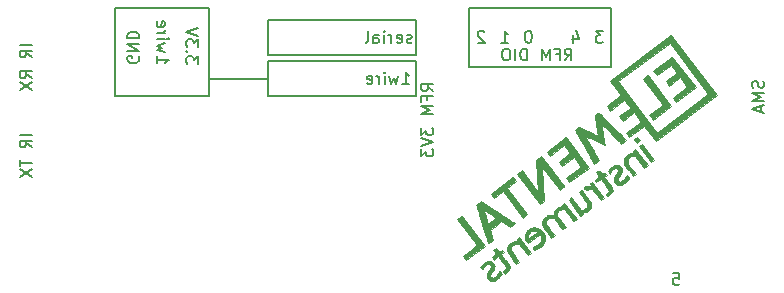
<source format=gbo>
G04 #@! TF.GenerationSoftware,KiCad,Pcbnew,5.0.2-1.fc29*
G04 #@! TF.CreationDate,2019-01-05T16:26:48+01:00*
G04 #@! TF.ProjectId,rpi0_room_node,72706930-5f72-46f6-9f6d-5f6e6f64652e,rev?*
G04 #@! TF.SameCoordinates,Original*
G04 #@! TF.FileFunction,Legend,Bot*
G04 #@! TF.FilePolarity,Positive*
%FSLAX46Y46*%
G04 Gerber Fmt 4.6, Leading zero omitted, Abs format (unit mm)*
G04 Created by KiCad (PCBNEW 5.0.2-1.fc29) date lör  5 jan 2019 16:26:48*
%MOMM*%
%LPD*%
G01*
G04 APERTURE LIST*
%ADD10C,0.200000*%
%ADD11C,0.010000*%
G04 APERTURE END LIST*
D10*
X132452380Y-109547619D02*
X131976190Y-109214285D01*
X132452380Y-108976190D02*
X131452380Y-108976190D01*
X131452380Y-109357142D01*
X131500000Y-109452380D01*
X131547619Y-109500000D01*
X131642857Y-109547619D01*
X131785714Y-109547619D01*
X131880952Y-109500000D01*
X131928571Y-109452380D01*
X131976190Y-109357142D01*
X131976190Y-108976190D01*
X131928571Y-110309523D02*
X131928571Y-109976190D01*
X132452380Y-109976190D02*
X131452380Y-109976190D01*
X131452380Y-110452380D01*
X132452380Y-110833333D02*
X131452380Y-110833333D01*
X132166666Y-111166666D01*
X131452380Y-111500000D01*
X132452380Y-111500000D01*
X131452380Y-112642857D02*
X131452380Y-113261904D01*
X131833333Y-112928571D01*
X131833333Y-113071428D01*
X131880952Y-113166666D01*
X131928571Y-113214285D01*
X132023809Y-113261904D01*
X132261904Y-113261904D01*
X132357142Y-113214285D01*
X132404761Y-113166666D01*
X132452380Y-113071428D01*
X132452380Y-112785714D01*
X132404761Y-112690476D01*
X132357142Y-112642857D01*
X131452380Y-113547619D02*
X132452380Y-113880952D01*
X131452380Y-114214285D01*
X131452380Y-114452380D02*
X131452380Y-115071428D01*
X131833333Y-114738095D01*
X131833333Y-114880952D01*
X131880952Y-114976190D01*
X131928571Y-115023809D01*
X132023809Y-115071428D01*
X132261904Y-115071428D01*
X132357142Y-115023809D01*
X132404761Y-114976190D01*
X132452380Y-114880952D01*
X132452380Y-114595238D01*
X132404761Y-114500000D01*
X132357142Y-114452380D01*
X147500000Y-107500000D02*
X147500000Y-102500000D01*
X135500000Y-107500000D02*
X147500000Y-107500000D01*
X135500000Y-102500000D02*
X135500000Y-107500000D01*
X147500000Y-102500000D02*
X135500000Y-102500000D01*
X152761904Y-124952380D02*
X153238095Y-124952380D01*
X153285714Y-125428571D01*
X153238095Y-125380952D01*
X153142857Y-125333333D01*
X152904761Y-125333333D01*
X152809523Y-125380952D01*
X152761904Y-125428571D01*
X152714285Y-125523809D01*
X152714285Y-125761904D01*
X152761904Y-125857142D01*
X152809523Y-125904761D01*
X152904761Y-125952380D01*
X153142857Y-125952380D01*
X153238095Y-125904761D01*
X153285714Y-125857142D01*
X143583333Y-106952380D02*
X143916666Y-106476190D01*
X144154761Y-106952380D02*
X144154761Y-105952380D01*
X143773809Y-105952380D01*
X143678571Y-106000000D01*
X143630952Y-106047619D01*
X143583333Y-106142857D01*
X143583333Y-106285714D01*
X143630952Y-106380952D01*
X143678571Y-106428571D01*
X143773809Y-106476190D01*
X144154761Y-106476190D01*
X142821428Y-106428571D02*
X143154761Y-106428571D01*
X143154761Y-106952380D02*
X143154761Y-105952380D01*
X142678571Y-105952380D01*
X142297619Y-106952380D02*
X142297619Y-105952380D01*
X141964285Y-106666666D01*
X141630952Y-105952380D01*
X141630952Y-106952380D01*
X140392857Y-106952380D02*
X140392857Y-105952380D01*
X140154761Y-105952380D01*
X140011904Y-106000000D01*
X139916666Y-106095238D01*
X139869047Y-106190476D01*
X139821428Y-106380952D01*
X139821428Y-106523809D01*
X139869047Y-106714285D01*
X139916666Y-106809523D01*
X140011904Y-106904761D01*
X140154761Y-106952380D01*
X140392857Y-106952380D01*
X139392857Y-106952380D02*
X139392857Y-105952380D01*
X138726190Y-105952380D02*
X138535714Y-105952380D01*
X138440476Y-106000000D01*
X138345238Y-106095238D01*
X138297619Y-106285714D01*
X138297619Y-106619047D01*
X138345238Y-106809523D01*
X138440476Y-106904761D01*
X138535714Y-106952380D01*
X138726190Y-106952380D01*
X138821428Y-106904761D01*
X138916666Y-106809523D01*
X138964285Y-106619047D01*
X138964285Y-106285714D01*
X138916666Y-106095238D01*
X138821428Y-106000000D01*
X138726190Y-105952380D01*
X146833333Y-104452380D02*
X146214285Y-104452380D01*
X146547619Y-104833333D01*
X146404761Y-104833333D01*
X146309523Y-104880952D01*
X146261904Y-104928571D01*
X146214285Y-105023809D01*
X146214285Y-105261904D01*
X146261904Y-105357142D01*
X146309523Y-105404761D01*
X146404761Y-105452380D01*
X146690476Y-105452380D01*
X146785714Y-105404761D01*
X146833333Y-105357142D01*
X144309523Y-104785714D02*
X144309523Y-105452380D01*
X144547619Y-104404761D02*
X144785714Y-105119047D01*
X144166666Y-105119047D01*
X140547619Y-104452380D02*
X140452380Y-104452380D01*
X140357142Y-104500000D01*
X140309523Y-104547619D01*
X140261904Y-104642857D01*
X140214285Y-104833333D01*
X140214285Y-105071428D01*
X140261904Y-105261904D01*
X140309523Y-105357142D01*
X140357142Y-105404761D01*
X140452380Y-105452380D01*
X140547619Y-105452380D01*
X140642857Y-105404761D01*
X140690476Y-105357142D01*
X140738095Y-105261904D01*
X140785714Y-105071428D01*
X140785714Y-104833333D01*
X140738095Y-104642857D01*
X140690476Y-104547619D01*
X140642857Y-104500000D01*
X140547619Y-104452380D01*
X138214285Y-105452380D02*
X138785714Y-105452380D01*
X138500000Y-105452380D02*
X138500000Y-104452380D01*
X138595238Y-104595238D01*
X138690476Y-104690476D01*
X138785714Y-104738095D01*
X136785714Y-104547619D02*
X136738095Y-104500000D01*
X136642857Y-104452380D01*
X136404761Y-104452380D01*
X136309523Y-104500000D01*
X136261904Y-104547619D01*
X136214285Y-104642857D01*
X136214285Y-104738095D01*
X136261904Y-104880952D01*
X136833333Y-105452380D01*
X136214285Y-105452380D01*
X98452380Y-113261904D02*
X97452380Y-113261904D01*
X98452380Y-114309523D02*
X97976190Y-113976190D01*
X98452380Y-113738095D02*
X97452380Y-113738095D01*
X97452380Y-114119047D01*
X97500000Y-114214285D01*
X97547619Y-114261904D01*
X97642857Y-114309523D01*
X97785714Y-114309523D01*
X97880952Y-114261904D01*
X97928571Y-114214285D01*
X97976190Y-114119047D01*
X97976190Y-113738095D01*
X97452380Y-115357142D02*
X97452380Y-115928571D01*
X98452380Y-115642857D02*
X97452380Y-115642857D01*
X97452380Y-116166666D02*
X98452380Y-116833333D01*
X97452380Y-116833333D02*
X98452380Y-116166666D01*
X98452380Y-105642857D02*
X97452380Y-105642857D01*
X98452380Y-106690476D02*
X97976190Y-106357142D01*
X98452380Y-106119047D02*
X97452380Y-106119047D01*
X97452380Y-106500000D01*
X97500000Y-106595238D01*
X97547619Y-106642857D01*
X97642857Y-106690476D01*
X97785714Y-106690476D01*
X97880952Y-106642857D01*
X97928571Y-106595238D01*
X97976190Y-106500000D01*
X97976190Y-106119047D01*
X98452380Y-108452380D02*
X97976190Y-108119047D01*
X98452380Y-107880952D02*
X97452380Y-107880952D01*
X97452380Y-108261904D01*
X97500000Y-108357142D01*
X97547619Y-108404761D01*
X97642857Y-108452380D01*
X97785714Y-108452380D01*
X97880952Y-108404761D01*
X97928571Y-108357142D01*
X97976190Y-108261904D01*
X97976190Y-107880952D01*
X97452380Y-108785714D02*
X98452380Y-109452380D01*
X97452380Y-109452380D02*
X98452380Y-108785714D01*
X160404761Y-108714285D02*
X160452380Y-108857142D01*
X160452380Y-109095238D01*
X160404761Y-109190476D01*
X160357142Y-109238095D01*
X160261904Y-109285714D01*
X160166666Y-109285714D01*
X160071428Y-109238095D01*
X160023809Y-109190476D01*
X159976190Y-109095238D01*
X159928571Y-108904761D01*
X159880952Y-108809523D01*
X159833333Y-108761904D01*
X159738095Y-108714285D01*
X159642857Y-108714285D01*
X159547619Y-108761904D01*
X159500000Y-108809523D01*
X159452380Y-108904761D01*
X159452380Y-109142857D01*
X159500000Y-109285714D01*
X160452380Y-109714285D02*
X159452380Y-109714285D01*
X160166666Y-110047619D01*
X159452380Y-110380952D01*
X160452380Y-110380952D01*
X160166666Y-110809523D02*
X160166666Y-111285714D01*
X160452380Y-110714285D02*
X159452380Y-111047619D01*
X160452380Y-111380952D01*
X113500000Y-108500000D02*
X118500000Y-108500000D01*
X131000000Y-110000000D02*
X130500000Y-110000000D01*
X131000000Y-107000000D02*
X131000000Y-110000000D01*
X130500000Y-107000000D02*
X131000000Y-107000000D01*
X131000000Y-106500000D02*
X130500000Y-106500000D01*
X131000000Y-103500000D02*
X131000000Y-106500000D01*
X131000000Y-103500000D02*
X131000000Y-103500000D01*
X130500000Y-103500000D02*
X131000000Y-103500000D01*
X130630000Y-105404761D02*
X130534761Y-105452380D01*
X130344285Y-105452380D01*
X130249047Y-105404761D01*
X130201428Y-105309523D01*
X130201428Y-105261904D01*
X130249047Y-105166666D01*
X130344285Y-105119047D01*
X130487142Y-105119047D01*
X130582380Y-105071428D01*
X130630000Y-104976190D01*
X130630000Y-104928571D01*
X130582380Y-104833333D01*
X130487142Y-104785714D01*
X130344285Y-104785714D01*
X130249047Y-104833333D01*
X129391904Y-105404761D02*
X129487142Y-105452380D01*
X129677619Y-105452380D01*
X129772857Y-105404761D01*
X129820476Y-105309523D01*
X129820476Y-104928571D01*
X129772857Y-104833333D01*
X129677619Y-104785714D01*
X129487142Y-104785714D01*
X129391904Y-104833333D01*
X129344285Y-104928571D01*
X129344285Y-105023809D01*
X129820476Y-105119047D01*
X128915714Y-105452380D02*
X128915714Y-104785714D01*
X128915714Y-104976190D02*
X128868095Y-104880952D01*
X128820476Y-104833333D01*
X128725238Y-104785714D01*
X128630000Y-104785714D01*
X128296666Y-105452380D02*
X128296666Y-104785714D01*
X128296666Y-104452380D02*
X128344285Y-104500000D01*
X128296666Y-104547619D01*
X128249047Y-104500000D01*
X128296666Y-104452380D01*
X128296666Y-104547619D01*
X127391904Y-105452380D02*
X127391904Y-104928571D01*
X127439523Y-104833333D01*
X127534761Y-104785714D01*
X127725238Y-104785714D01*
X127820476Y-104833333D01*
X127391904Y-105404761D02*
X127487142Y-105452380D01*
X127725238Y-105452380D01*
X127820476Y-105404761D01*
X127868095Y-105309523D01*
X127868095Y-105214285D01*
X127820476Y-105119047D01*
X127725238Y-105071428D01*
X127487142Y-105071428D01*
X127391904Y-105023809D01*
X126772857Y-105452380D02*
X126868095Y-105404761D01*
X126915714Y-105309523D01*
X126915714Y-104452380D01*
X118500000Y-103500000D02*
X130500000Y-103500000D01*
X118500000Y-106500000D02*
X130500000Y-106500000D01*
X118500000Y-103500000D02*
X118500000Y-106500000D01*
X118500000Y-110000000D02*
X130500000Y-110000000D01*
X118500000Y-107000000D02*
X130500000Y-107000000D01*
X118500000Y-110000000D02*
X118500000Y-107000000D01*
X129820476Y-108952380D02*
X130391904Y-108952380D01*
X130106190Y-108952380D02*
X130106190Y-107952380D01*
X130201428Y-108095238D01*
X130296666Y-108190476D01*
X130391904Y-108238095D01*
X129487142Y-108285714D02*
X129296666Y-108952380D01*
X129106190Y-108476190D01*
X128915714Y-108952380D01*
X128725238Y-108285714D01*
X128344285Y-108952380D02*
X128344285Y-108285714D01*
X128344285Y-107952380D02*
X128391904Y-108000000D01*
X128344285Y-108047619D01*
X128296666Y-108000000D01*
X128344285Y-107952380D01*
X128344285Y-108047619D01*
X127868095Y-108952380D02*
X127868095Y-108285714D01*
X127868095Y-108476190D02*
X127820476Y-108380952D01*
X127772857Y-108333333D01*
X127677619Y-108285714D01*
X127582380Y-108285714D01*
X126868095Y-108904761D02*
X126963333Y-108952380D01*
X127153809Y-108952380D01*
X127249047Y-108904761D01*
X127296666Y-108809523D01*
X127296666Y-108428571D01*
X127249047Y-108333333D01*
X127153809Y-108285714D01*
X126963333Y-108285714D01*
X126868095Y-108333333D01*
X126820476Y-108428571D01*
X126820476Y-108523809D01*
X127296666Y-108619047D01*
X112547619Y-107227142D02*
X112547619Y-106608095D01*
X112166666Y-106941428D01*
X112166666Y-106798571D01*
X112119047Y-106703333D01*
X112071428Y-106655714D01*
X111976190Y-106608095D01*
X111738095Y-106608095D01*
X111642857Y-106655714D01*
X111595238Y-106703333D01*
X111547619Y-106798571D01*
X111547619Y-107084285D01*
X111595238Y-107179523D01*
X111642857Y-107227142D01*
X111642857Y-106179523D02*
X111595238Y-106131904D01*
X111547619Y-106179523D01*
X111595238Y-106227142D01*
X111642857Y-106179523D01*
X111547619Y-106179523D01*
X112547619Y-105798571D02*
X112547619Y-105179523D01*
X112166666Y-105512857D01*
X112166666Y-105370000D01*
X112119047Y-105274761D01*
X112071428Y-105227142D01*
X111976190Y-105179523D01*
X111738095Y-105179523D01*
X111642857Y-105227142D01*
X111595238Y-105274761D01*
X111547619Y-105370000D01*
X111547619Y-105655714D01*
X111595238Y-105750952D01*
X111642857Y-105798571D01*
X112547619Y-104893809D02*
X111547619Y-104560476D01*
X112547619Y-104227142D01*
X109047619Y-106608095D02*
X109047619Y-107179523D01*
X109047619Y-106893809D02*
X110047619Y-106893809D01*
X109904761Y-106989047D01*
X109809523Y-107084285D01*
X109761904Y-107179523D01*
X109714285Y-106274761D02*
X109047619Y-106084285D01*
X109523809Y-105893809D01*
X109047619Y-105703333D01*
X109714285Y-105512857D01*
X109047619Y-105131904D02*
X109714285Y-105131904D01*
X110047619Y-105131904D02*
X110000000Y-105179523D01*
X109952380Y-105131904D01*
X110000000Y-105084285D01*
X110047619Y-105131904D01*
X109952380Y-105131904D01*
X109047619Y-104655714D02*
X109714285Y-104655714D01*
X109523809Y-104655714D02*
X109619047Y-104608095D01*
X109666666Y-104560476D01*
X109714285Y-104465238D01*
X109714285Y-104370000D01*
X109095238Y-103655714D02*
X109047619Y-103750952D01*
X109047619Y-103941428D01*
X109095238Y-104036666D01*
X109190476Y-104084285D01*
X109571428Y-104084285D01*
X109666666Y-104036666D01*
X109714285Y-103941428D01*
X109714285Y-103750952D01*
X109666666Y-103655714D01*
X109571428Y-103608095D01*
X109476190Y-103608095D01*
X109380952Y-104084285D01*
X107500000Y-106608095D02*
X107547619Y-106703333D01*
X107547619Y-106846190D01*
X107500000Y-106989047D01*
X107404761Y-107084285D01*
X107309523Y-107131904D01*
X107119047Y-107179523D01*
X106976190Y-107179523D01*
X106785714Y-107131904D01*
X106690476Y-107084285D01*
X106595238Y-106989047D01*
X106547619Y-106846190D01*
X106547619Y-106750952D01*
X106595238Y-106608095D01*
X106642857Y-106560476D01*
X106976190Y-106560476D01*
X106976190Y-106750952D01*
X106547619Y-106131904D02*
X107547619Y-106131904D01*
X106547619Y-105560476D01*
X107547619Y-105560476D01*
X106547619Y-105084285D02*
X107547619Y-105084285D01*
X107547619Y-104846190D01*
X107500000Y-104703333D01*
X107404761Y-104608095D01*
X107309523Y-104560476D01*
X107119047Y-104512857D01*
X106976190Y-104512857D01*
X106785714Y-104560476D01*
X106690476Y-104608095D01*
X106595238Y-104703333D01*
X106547619Y-104846190D01*
X106547619Y-105084285D01*
X105500000Y-102500000D02*
X105500000Y-107000000D01*
X113500000Y-102500000D02*
X105500000Y-102500000D01*
X113500000Y-110000000D02*
X113500000Y-102500000D01*
X105500000Y-110000000D02*
X113500000Y-110000000D01*
X105500000Y-107000000D02*
X105500000Y-110000000D01*
D11*
G04 #@! TO.C,G\002A\002A\002A*
G36*
X151908168Y-110739581D02*
X150750325Y-111612079D01*
X150889939Y-111785159D01*
X151029553Y-111958239D01*
X151809470Y-111378858D01*
X152589388Y-110799477D01*
X150632404Y-108202472D01*
X150226697Y-108508194D01*
X151908168Y-110739581D01*
X151908168Y-110739581D01*
G37*
X151908168Y-110739581D02*
X150750325Y-111612079D01*
X150889939Y-111785159D01*
X151029553Y-111958239D01*
X151809470Y-111378858D01*
X152589388Y-110799477D01*
X150632404Y-108202472D01*
X150226697Y-108508194D01*
X151908168Y-110739581D01*
G36*
X151216717Y-108040447D02*
X151356331Y-108213528D01*
X151963868Y-107764139D01*
X152571406Y-107314750D01*
X153090679Y-108003849D01*
X152137268Y-108722296D01*
X152412418Y-109087432D01*
X153365829Y-108368985D01*
X153977273Y-109180399D01*
X152739867Y-110112851D01*
X153015017Y-110477987D01*
X154658130Y-109239813D01*
X152701509Y-106643289D01*
X151077103Y-107867367D01*
X151216717Y-108040447D01*
X151216717Y-108040447D01*
G37*
X151216717Y-108040447D02*
X151356331Y-108213528D01*
X151963868Y-107764139D01*
X152571406Y-107314750D01*
X153090679Y-108003849D01*
X152137268Y-108722296D01*
X152412418Y-109087432D01*
X153365829Y-108368985D01*
X153977273Y-109180399D01*
X152739867Y-110112851D01*
X153015017Y-110477987D01*
X154658130Y-109239813D01*
X152701509Y-106643289D01*
X151077103Y-107867367D01*
X151216717Y-108040447D01*
G36*
X136128672Y-122614383D02*
X135559670Y-123051602D01*
X134990669Y-123488822D01*
X135265343Y-123853326D01*
X136807029Y-122691582D01*
X134850408Y-120095059D01*
X134465333Y-120385233D01*
X136128672Y-122614383D01*
X136128672Y-122614383D01*
G37*
X136128672Y-122614383D02*
X135559670Y-123051602D01*
X134990669Y-123488822D01*
X135265343Y-123853326D01*
X136807029Y-122691582D01*
X134850408Y-120095059D01*
X134465333Y-120385233D01*
X136128672Y-122614383D01*
G36*
X136113587Y-119229572D02*
X136124890Y-119265901D01*
X136149922Y-119346430D01*
X136187346Y-119466846D01*
X136235819Y-119622833D01*
X136294002Y-119810080D01*
X136360555Y-120024274D01*
X136434137Y-120261099D01*
X136513408Y-120516244D01*
X136597028Y-120785393D01*
X136618160Y-120853416D01*
X136702255Y-121123652D01*
X136782171Y-121379587D01*
X136856599Y-121617086D01*
X136924229Y-121832014D01*
X136983755Y-122020237D01*
X137033866Y-122177621D01*
X137073255Y-122300031D01*
X137100613Y-122383331D01*
X137114631Y-122423388D01*
X137115984Y-122426289D01*
X137142886Y-122421575D01*
X137203111Y-122387119D01*
X137291327Y-122326139D01*
X137332529Y-122295589D01*
X137533465Y-122144174D01*
X137467364Y-121931599D01*
X137425356Y-121797271D01*
X137377900Y-121646669D01*
X137335032Y-121511643D01*
X137333742Y-121507602D01*
X137266220Y-121296181D01*
X137744252Y-120935875D01*
X138222284Y-120575571D01*
X138962857Y-121067050D01*
X139381765Y-120751380D01*
X139195081Y-120629671D01*
X139139485Y-120593316D01*
X139045912Y-120531996D01*
X138918835Y-120448648D01*
X138762728Y-120346209D01*
X138582067Y-120227615D01*
X138381322Y-120095804D01*
X138208059Y-119982010D01*
X137794831Y-120293400D01*
X137111256Y-120808510D01*
X137037554Y-120569859D01*
X137000976Y-120452386D01*
X136954557Y-120304724D01*
X136904030Y-120145040D01*
X136855124Y-119991495D01*
X136851087Y-119978874D01*
X136811946Y-119853881D01*
X136780201Y-119747269D01*
X136758318Y-119667756D01*
X136748765Y-119624056D01*
X136749057Y-119618451D01*
X136772998Y-119628603D01*
X136830882Y-119662116D01*
X136914491Y-119714003D01*
X137015612Y-119779277D01*
X137035383Y-119792291D01*
X137170215Y-119881288D01*
X137319112Y-119979553D01*
X137461610Y-120073580D01*
X137552903Y-120133809D01*
X137794831Y-120293400D01*
X138208059Y-119982010D01*
X138164970Y-119953711D01*
X137937483Y-119804273D01*
X137757093Y-119685752D01*
X136505789Y-118863542D01*
X136298509Y-119010713D01*
X136091228Y-119157885D01*
X136113587Y-119229572D01*
X136113587Y-119229572D01*
G37*
X136113587Y-119229572D02*
X136124890Y-119265901D01*
X136149922Y-119346430D01*
X136187346Y-119466846D01*
X136235819Y-119622833D01*
X136294002Y-119810080D01*
X136360555Y-120024274D01*
X136434137Y-120261099D01*
X136513408Y-120516244D01*
X136597028Y-120785393D01*
X136618160Y-120853416D01*
X136702255Y-121123652D01*
X136782171Y-121379587D01*
X136856599Y-121617086D01*
X136924229Y-121832014D01*
X136983755Y-122020237D01*
X137033866Y-122177621D01*
X137073255Y-122300031D01*
X137100613Y-122383331D01*
X137114631Y-122423388D01*
X137115984Y-122426289D01*
X137142886Y-122421575D01*
X137203111Y-122387119D01*
X137291327Y-122326139D01*
X137332529Y-122295589D01*
X137533465Y-122144174D01*
X137467364Y-121931599D01*
X137425356Y-121797271D01*
X137377900Y-121646669D01*
X137335032Y-121511643D01*
X137333742Y-121507602D01*
X137266220Y-121296181D01*
X137744252Y-120935875D01*
X138222284Y-120575571D01*
X138962857Y-121067050D01*
X139381765Y-120751380D01*
X139195081Y-120629671D01*
X139139485Y-120593316D01*
X139045912Y-120531996D01*
X138918835Y-120448648D01*
X138762728Y-120346209D01*
X138582067Y-120227615D01*
X138381322Y-120095804D01*
X138208059Y-119982010D01*
X137794831Y-120293400D01*
X137111256Y-120808510D01*
X137037554Y-120569859D01*
X137000976Y-120452386D01*
X136954557Y-120304724D01*
X136904030Y-120145040D01*
X136855124Y-119991495D01*
X136851087Y-119978874D01*
X136811946Y-119853881D01*
X136780201Y-119747269D01*
X136758318Y-119667756D01*
X136748765Y-119624056D01*
X136749057Y-119618451D01*
X136772998Y-119628603D01*
X136830882Y-119662116D01*
X136914491Y-119714003D01*
X137015612Y-119779277D01*
X137035383Y-119792291D01*
X137170215Y-119881288D01*
X137319112Y-119979553D01*
X137461610Y-120073580D01*
X137552903Y-120133809D01*
X137794831Y-120293400D01*
X138208059Y-119982010D01*
X138164970Y-119953711D01*
X137937483Y-119804273D01*
X137757093Y-119685752D01*
X136505789Y-118863542D01*
X136298509Y-119010713D01*
X136091228Y-119157885D01*
X136113587Y-119229572D01*
G36*
X137580084Y-118610577D02*
X138330642Y-118044991D01*
X140012113Y-120276378D01*
X140417820Y-119970656D01*
X138736349Y-117739269D01*
X139466621Y-117188969D01*
X139191471Y-116823833D01*
X137304934Y-118245440D01*
X137580084Y-118610577D01*
X137580084Y-118610577D01*
G37*
X137580084Y-118610577D02*
X138330642Y-118044991D01*
X140012113Y-120276378D01*
X140417820Y-119970656D01*
X138736349Y-117739269D01*
X139466621Y-117188969D01*
X139191471Y-116823833D01*
X137304934Y-118245440D01*
X137580084Y-118610577D01*
G36*
X141391495Y-115172870D02*
X141178599Y-115342326D01*
X141349919Y-118063272D01*
X140655910Y-117153272D01*
X139961901Y-116243271D01*
X139759255Y-116395977D01*
X139556607Y-116548683D01*
X141513228Y-119145207D01*
X141851523Y-118890283D01*
X141766353Y-117419909D01*
X141681183Y-115949534D01*
X143156341Y-117907033D01*
X143345671Y-117764362D01*
X143428618Y-117699718D01*
X143493866Y-117644816D01*
X143532153Y-117607653D01*
X143538333Y-117597977D01*
X143524023Y-117574074D01*
X143481618Y-117513157D01*
X143413687Y-117418716D01*
X143322801Y-117294237D01*
X143211533Y-117143206D01*
X143082453Y-116969109D01*
X142938132Y-116775435D01*
X142781141Y-116565671D01*
X142614051Y-116343301D01*
X142573029Y-116288839D01*
X141604392Y-115003414D01*
X141391495Y-115172870D01*
X141391495Y-115172870D01*
G37*
X141391495Y-115172870D02*
X141178599Y-115342326D01*
X141349919Y-118063272D01*
X140655910Y-117153272D01*
X139961901Y-116243271D01*
X139759255Y-116395977D01*
X139556607Y-116548683D01*
X141513228Y-119145207D01*
X141851523Y-118890283D01*
X141766353Y-117419909D01*
X141681183Y-115949534D01*
X143156341Y-117907033D01*
X143345671Y-117764362D01*
X143428618Y-117699718D01*
X143493866Y-117644816D01*
X143532153Y-117607653D01*
X143538333Y-117597977D01*
X143524023Y-117574074D01*
X143481618Y-117513157D01*
X143413687Y-117418716D01*
X143322801Y-117294237D01*
X143211533Y-117143206D01*
X143082453Y-116969109D01*
X142938132Y-116775435D01*
X142781141Y-116565671D01*
X142614051Y-116343301D01*
X142573029Y-116288839D01*
X141604392Y-115003414D01*
X141391495Y-115172870D01*
G36*
X142326854Y-115033629D02*
X143543975Y-114116463D01*
X144063702Y-114806164D01*
X143110291Y-115524611D01*
X143385441Y-115889747D01*
X144338852Y-115171300D01*
X144950296Y-115982714D01*
X143691026Y-116931642D01*
X143830640Y-117104722D01*
X143970254Y-117277803D01*
X144800874Y-116660192D01*
X145631495Y-116042583D01*
X143674532Y-113445604D01*
X142051704Y-114668493D01*
X142326854Y-115033629D01*
X142326854Y-115033629D01*
G37*
X142326854Y-115033629D02*
X143543975Y-114116463D01*
X144063702Y-114806164D01*
X143110291Y-115524611D01*
X143385441Y-115889747D01*
X144338852Y-115171300D01*
X144950296Y-115982714D01*
X143691026Y-116931642D01*
X143830640Y-117104722D01*
X143970254Y-117277803D01*
X144800874Y-116660192D01*
X145631495Y-116042583D01*
X143674532Y-113445604D01*
X142051704Y-114668493D01*
X142326854Y-115033629D01*
G36*
X144505833Y-112922538D02*
X144528988Y-112965520D01*
X144573525Y-113046325D01*
X144636812Y-113160270D01*
X144716217Y-113302672D01*
X144809105Y-113468849D01*
X144912844Y-113654117D01*
X145024799Y-113853794D01*
X145142339Y-114063197D01*
X145262831Y-114277643D01*
X145383641Y-114492449D01*
X145502135Y-114702935D01*
X145615682Y-114904414D01*
X145721649Y-115092206D01*
X145817400Y-115261626D01*
X145900305Y-115407994D01*
X145967730Y-115526625D01*
X146017041Y-115612838D01*
X146045606Y-115661949D01*
X146051492Y-115671413D01*
X146068031Y-115683757D01*
X146094265Y-115679883D01*
X146138231Y-115655636D01*
X146207961Y-115606859D01*
X146279898Y-115553264D01*
X146371782Y-115483236D01*
X146429285Y-115435799D01*
X146458922Y-115403417D01*
X146467218Y-115378558D01*
X146460690Y-115353687D01*
X146457944Y-115347536D01*
X146440287Y-115314709D01*
X146399903Y-115242824D01*
X146339584Y-115136752D01*
X146262116Y-115001364D01*
X146170292Y-114841530D01*
X146066902Y-114662119D01*
X145954734Y-114468002D01*
X145894831Y-114364535D01*
X145779683Y-114165225D01*
X145672381Y-113978432D01*
X145575645Y-113808968D01*
X145492190Y-113661642D01*
X145424737Y-113541265D01*
X145376003Y-113452648D01*
X145348708Y-113400601D01*
X145343884Y-113389564D01*
X145356656Y-113384068D01*
X145404035Y-113396786D01*
X145487931Y-113428512D01*
X145610256Y-113480042D01*
X145772917Y-113552171D01*
X145977829Y-113645694D01*
X146139234Y-113720498D01*
X146327315Y-113807721D01*
X146500450Y-113887324D01*
X146653355Y-113956932D01*
X146780748Y-114014171D01*
X146877345Y-114056662D01*
X146937866Y-114082032D01*
X146957076Y-114088314D01*
X146955825Y-114062172D01*
X146947595Y-113991702D01*
X146933203Y-113882780D01*
X146913460Y-113741275D01*
X146889183Y-113573061D01*
X146861185Y-113384011D01*
X146838920Y-113236568D01*
X146808255Y-113033856D01*
X146780173Y-112845808D01*
X146755578Y-112678669D01*
X146735375Y-112538680D01*
X146720468Y-112432089D01*
X146711761Y-112365138D01*
X146709840Y-112345288D01*
X146717927Y-112340490D01*
X146744308Y-112357058D01*
X146791532Y-112397429D01*
X146862148Y-112464038D01*
X146958704Y-112559321D01*
X147083748Y-112685712D01*
X147239829Y-112845648D01*
X147320747Y-112929083D01*
X147475676Y-113088959D01*
X147629231Y-113247205D01*
X147775319Y-113397557D01*
X147907847Y-113533753D01*
X148020723Y-113649530D01*
X148107855Y-113738624D01*
X148143692Y-113775094D01*
X148355041Y-113989531D01*
X148755095Y-113688069D01*
X148716707Y-113637126D01*
X148692886Y-113611050D01*
X148637078Y-113552807D01*
X148553106Y-113466262D01*
X148444787Y-113355281D01*
X148315940Y-113223735D01*
X148170386Y-113075492D01*
X148011943Y-112914418D01*
X147844431Y-112744381D01*
X147671670Y-112569248D01*
X147497477Y-112392889D01*
X147325673Y-112219171D01*
X147160077Y-112051961D01*
X147004508Y-111895127D01*
X146862786Y-111752538D01*
X146738729Y-111628061D01*
X146636157Y-111525564D01*
X146558891Y-111448914D01*
X146510748Y-111401979D01*
X146497597Y-111389832D01*
X146472778Y-111373305D01*
X146445692Y-111372486D01*
X146406008Y-111391691D01*
X146343394Y-111435233D01*
X146286141Y-111478151D01*
X146119430Y-111604312D01*
X146259504Y-112465487D01*
X146291684Y-112667369D01*
X146319890Y-112852262D01*
X146343352Y-113014473D01*
X146361301Y-113148311D01*
X146372966Y-113248085D01*
X146377578Y-113308100D01*
X146375581Y-113323658D01*
X146347649Y-113312475D01*
X146279322Y-113282098D01*
X146176119Y-113235069D01*
X146043560Y-113173930D01*
X145887164Y-113101224D01*
X145712451Y-113019492D01*
X145578919Y-112956722D01*
X144806254Y-112592790D01*
X144467498Y-112848061D01*
X144505833Y-112922538D01*
X144505833Y-112922538D01*
G37*
X144505833Y-112922538D02*
X144528988Y-112965520D01*
X144573525Y-113046325D01*
X144636812Y-113160270D01*
X144716217Y-113302672D01*
X144809105Y-113468849D01*
X144912844Y-113654117D01*
X145024799Y-113853794D01*
X145142339Y-114063197D01*
X145262831Y-114277643D01*
X145383641Y-114492449D01*
X145502135Y-114702935D01*
X145615682Y-114904414D01*
X145721649Y-115092206D01*
X145817400Y-115261626D01*
X145900305Y-115407994D01*
X145967730Y-115526625D01*
X146017041Y-115612838D01*
X146045606Y-115661949D01*
X146051492Y-115671413D01*
X146068031Y-115683757D01*
X146094265Y-115679883D01*
X146138231Y-115655636D01*
X146207961Y-115606859D01*
X146279898Y-115553264D01*
X146371782Y-115483236D01*
X146429285Y-115435799D01*
X146458922Y-115403417D01*
X146467218Y-115378558D01*
X146460690Y-115353687D01*
X146457944Y-115347536D01*
X146440287Y-115314709D01*
X146399903Y-115242824D01*
X146339584Y-115136752D01*
X146262116Y-115001364D01*
X146170292Y-114841530D01*
X146066902Y-114662119D01*
X145954734Y-114468002D01*
X145894831Y-114364535D01*
X145779683Y-114165225D01*
X145672381Y-113978432D01*
X145575645Y-113808968D01*
X145492190Y-113661642D01*
X145424737Y-113541265D01*
X145376003Y-113452648D01*
X145348708Y-113400601D01*
X145343884Y-113389564D01*
X145356656Y-113384068D01*
X145404035Y-113396786D01*
X145487931Y-113428512D01*
X145610256Y-113480042D01*
X145772917Y-113552171D01*
X145977829Y-113645694D01*
X146139234Y-113720498D01*
X146327315Y-113807721D01*
X146500450Y-113887324D01*
X146653355Y-113956932D01*
X146780748Y-114014171D01*
X146877345Y-114056662D01*
X146937866Y-114082032D01*
X146957076Y-114088314D01*
X146955825Y-114062172D01*
X146947595Y-113991702D01*
X146933203Y-113882780D01*
X146913460Y-113741275D01*
X146889183Y-113573061D01*
X146861185Y-113384011D01*
X146838920Y-113236568D01*
X146808255Y-113033856D01*
X146780173Y-112845808D01*
X146755578Y-112678669D01*
X146735375Y-112538680D01*
X146720468Y-112432089D01*
X146711761Y-112365138D01*
X146709840Y-112345288D01*
X146717927Y-112340490D01*
X146744308Y-112357058D01*
X146791532Y-112397429D01*
X146862148Y-112464038D01*
X146958704Y-112559321D01*
X147083748Y-112685712D01*
X147239829Y-112845648D01*
X147320747Y-112929083D01*
X147475676Y-113088959D01*
X147629231Y-113247205D01*
X147775319Y-113397557D01*
X147907847Y-113533753D01*
X148020723Y-113649530D01*
X148107855Y-113738624D01*
X148143692Y-113775094D01*
X148355041Y-113989531D01*
X148755095Y-113688069D01*
X148716707Y-113637126D01*
X148692886Y-113611050D01*
X148637078Y-113552807D01*
X148553106Y-113466262D01*
X148444787Y-113355281D01*
X148315940Y-113223735D01*
X148170386Y-113075492D01*
X148011943Y-112914418D01*
X147844431Y-112744381D01*
X147671670Y-112569248D01*
X147497477Y-112392889D01*
X147325673Y-112219171D01*
X147160077Y-112051961D01*
X147004508Y-111895127D01*
X146862786Y-111752538D01*
X146738729Y-111628061D01*
X146636157Y-111525564D01*
X146558891Y-111448914D01*
X146510748Y-111401979D01*
X146497597Y-111389832D01*
X146472778Y-111373305D01*
X146445692Y-111372486D01*
X146406008Y-111391691D01*
X146343394Y-111435233D01*
X146286141Y-111478151D01*
X146119430Y-111604312D01*
X146259504Y-112465487D01*
X146291684Y-112667369D01*
X146319890Y-112852262D01*
X146343352Y-113014473D01*
X146361301Y-113148311D01*
X146372966Y-113248085D01*
X146377578Y-113308100D01*
X146375581Y-113323658D01*
X146347649Y-113312475D01*
X146279322Y-113282098D01*
X146176119Y-113235069D01*
X146043560Y-113173930D01*
X145887164Y-113101224D01*
X145712451Y-113019492D01*
X145578919Y-112956722D01*
X144806254Y-112592790D01*
X144467498Y-112848061D01*
X144505833Y-112922538D01*
G36*
X149590967Y-113541690D02*
X149468735Y-113643268D01*
X149565919Y-113784714D01*
X149663101Y-113926160D01*
X149928665Y-113726044D01*
X149713200Y-113440112D01*
X149590967Y-113541690D01*
X149590967Y-113541690D01*
G37*
X149590967Y-113541690D02*
X149468735Y-113643268D01*
X149565919Y-113784714D01*
X149663101Y-113926160D01*
X149928665Y-113726044D01*
X149713200Y-113440112D01*
X149590967Y-113541690D01*
G36*
X148360446Y-109914515D02*
X147143325Y-110831681D01*
X147418475Y-111196817D01*
X148635595Y-110279651D01*
X149155323Y-110969353D01*
X148201912Y-111687800D01*
X148477062Y-112052936D01*
X149430473Y-111334489D01*
X150041917Y-112145903D01*
X148782647Y-113094831D01*
X148922261Y-113267911D01*
X149061875Y-113440991D01*
X150317508Y-112511625D01*
X151295377Y-113809301D01*
X156468139Y-109911345D01*
X152875905Y-105144289D01*
X152470199Y-105450011D01*
X155756710Y-109811360D01*
X151395362Y-113097872D01*
X148108850Y-108736523D01*
X152470199Y-105450011D01*
X152875905Y-105144289D01*
X152585470Y-104758868D01*
X147412707Y-108656824D01*
X148360446Y-109914515D01*
X148360446Y-109914515D01*
G37*
X148360446Y-109914515D02*
X147143325Y-110831681D01*
X147418475Y-111196817D01*
X148635595Y-110279651D01*
X149155323Y-110969353D01*
X148201912Y-111687800D01*
X148477062Y-112052936D01*
X149430473Y-111334489D01*
X150041917Y-112145903D01*
X148782647Y-113094831D01*
X148922261Y-113267911D01*
X149061875Y-113440991D01*
X150317508Y-112511625D01*
X151295377Y-113809301D01*
X156468139Y-109911345D01*
X152875905Y-105144289D01*
X152470199Y-105450011D01*
X155756710Y-109811360D01*
X151395362Y-113097872D01*
X148108850Y-108736523D01*
X152470199Y-105450011D01*
X152875905Y-105144289D01*
X152585470Y-104758868D01*
X147412707Y-108656824D01*
X148360446Y-109914515D01*
G36*
X138890008Y-122504170D02*
X138781953Y-122642317D01*
X138722667Y-122793289D01*
X138711705Y-122958140D01*
X138739648Y-123108567D01*
X138756222Y-123160232D01*
X138777635Y-123211707D01*
X138807969Y-123269591D01*
X138851312Y-123340485D01*
X138911747Y-123430990D01*
X138993360Y-123547705D01*
X139100234Y-123697234D01*
X139126882Y-123734270D01*
X139472032Y-124213630D01*
X139738495Y-124012836D01*
X139389513Y-123536363D01*
X139266052Y-123366524D01*
X139170824Y-123231014D01*
X139101234Y-123123791D01*
X139054681Y-123038809D01*
X139028570Y-122970023D01*
X139020305Y-122911390D01*
X139027286Y-122856867D01*
X139046917Y-122800407D01*
X139060330Y-122770281D01*
X139131898Y-122666857D01*
X139238005Y-122575460D01*
X139364151Y-122504221D01*
X139495834Y-122461270D01*
X139618557Y-122454736D01*
X139622215Y-122455225D01*
X139724797Y-122469642D01*
X140471464Y-123460504D01*
X140714888Y-123277070D01*
X139689044Y-121915729D01*
X139598538Y-121993624D01*
X139544502Y-122043985D01*
X139524105Y-122081565D01*
X139530816Y-122124676D01*
X139541776Y-122152781D01*
X139560988Y-122206842D01*
X139553954Y-122228162D01*
X139518405Y-122229755D01*
X139360855Y-122241429D01*
X139193198Y-122296816D01*
X139047275Y-122377791D01*
X138890008Y-122504170D01*
X138890008Y-122504170D01*
G37*
X138890008Y-122504170D02*
X138781953Y-122642317D01*
X138722667Y-122793289D01*
X138711705Y-122958140D01*
X138739648Y-123108567D01*
X138756222Y-123160232D01*
X138777635Y-123211707D01*
X138807969Y-123269591D01*
X138851312Y-123340485D01*
X138911747Y-123430990D01*
X138993360Y-123547705D01*
X139100234Y-123697234D01*
X139126882Y-123734270D01*
X139472032Y-124213630D01*
X139738495Y-124012836D01*
X139389513Y-123536363D01*
X139266052Y-123366524D01*
X139170824Y-123231014D01*
X139101234Y-123123791D01*
X139054681Y-123038809D01*
X139028570Y-122970023D01*
X139020305Y-122911390D01*
X139027286Y-122856867D01*
X139046917Y-122800407D01*
X139060330Y-122770281D01*
X139131898Y-122666857D01*
X139238005Y-122575460D01*
X139364151Y-122504221D01*
X139495834Y-122461270D01*
X139618557Y-122454736D01*
X139622215Y-122455225D01*
X139724797Y-122469642D01*
X140471464Y-123460504D01*
X140714888Y-123277070D01*
X139689044Y-121915729D01*
X139598538Y-121993624D01*
X139544502Y-122043985D01*
X139524105Y-122081565D01*
X139530816Y-122124676D01*
X139541776Y-122152781D01*
X139560988Y-122206842D01*
X139553954Y-122228162D01*
X139518405Y-122229755D01*
X139360855Y-122241429D01*
X139193198Y-122296816D01*
X139047275Y-122377791D01*
X138890008Y-122504170D01*
G36*
X142760021Y-119615551D02*
X142684089Y-119761629D01*
X142650705Y-119922541D01*
X142650316Y-119930116D01*
X142644639Y-120057763D01*
X142543238Y-120030790D01*
X142456441Y-120017893D01*
X142352251Y-120016007D01*
X142304934Y-120019540D01*
X142237515Y-120029602D01*
X142181105Y-120046390D01*
X142122521Y-120076446D01*
X142048579Y-120126310D01*
X141965178Y-120188123D01*
X141867883Y-120263358D01*
X141802671Y-120320236D01*
X141759722Y-120369121D01*
X141729222Y-120420380D01*
X141714359Y-120452957D01*
X141684713Y-120542610D01*
X141668383Y-120631906D01*
X141667231Y-120656628D01*
X141670380Y-120726214D01*
X141680688Y-120791507D01*
X141701467Y-120858802D01*
X141736033Y-120934394D01*
X141787697Y-121024576D01*
X141859775Y-121135644D01*
X141955578Y-121273893D01*
X142078421Y-121445615D01*
X142093713Y-121466799D01*
X142454442Y-121966223D01*
X142720483Y-121765746D01*
X142363837Y-121279147D01*
X142238000Y-121106214D01*
X142140522Y-120967952D01*
X142068915Y-120858670D01*
X142020689Y-120772679D01*
X141993356Y-120704286D01*
X141984428Y-120647801D01*
X141991417Y-120597534D01*
X142011834Y-120547794D01*
X142029812Y-120515291D01*
X142095170Y-120434461D01*
X142187696Y-120357606D01*
X142291243Y-120295247D01*
X142389663Y-120257900D01*
X142434260Y-120251845D01*
X142495472Y-120253688D01*
X142549755Y-120263974D01*
X142602180Y-120287235D01*
X142657815Y-120328006D01*
X142721729Y-120390820D01*
X142798990Y-120480209D01*
X142894669Y-120600707D01*
X143013833Y-120756847D01*
X143044764Y-120797837D01*
X143392554Y-121259305D01*
X143653566Y-121062618D01*
X143304584Y-120586146D01*
X143181589Y-120417023D01*
X143086647Y-120282281D01*
X143017028Y-120175893D01*
X142969999Y-120091832D01*
X142942828Y-120024070D01*
X142932782Y-119966579D01*
X142937129Y-119913333D01*
X142953137Y-119858306D01*
X142962962Y-119832503D01*
X143026893Y-119732993D01*
X143127328Y-119646493D01*
X143250238Y-119580805D01*
X143381592Y-119543730D01*
X143488277Y-119540412D01*
X143513318Y-119544112D01*
X143536730Y-119552464D01*
X143562796Y-119570257D01*
X143595797Y-119602278D01*
X143640012Y-119653315D01*
X143699724Y-119728156D01*
X143779212Y-119831589D01*
X143882759Y-119968402D01*
X143946191Y-120052546D01*
X144325679Y-120556144D01*
X144589389Y-120357425D01*
X143565220Y-118998307D01*
X143466051Y-119073036D01*
X143407698Y-119119440D01*
X143384027Y-119152558D01*
X143388735Y-119189121D01*
X143407227Y-119229131D01*
X143447573Y-119310498D01*
X143343567Y-119309891D01*
X143170274Y-119331477D01*
X143010398Y-119393959D01*
X142871218Y-119490822D01*
X142760021Y-119615551D01*
X142760021Y-119615551D01*
G37*
X142760021Y-119615551D02*
X142684089Y-119761629D01*
X142650705Y-119922541D01*
X142650316Y-119930116D01*
X142644639Y-120057763D01*
X142543238Y-120030790D01*
X142456441Y-120017893D01*
X142352251Y-120016007D01*
X142304934Y-120019540D01*
X142237515Y-120029602D01*
X142181105Y-120046390D01*
X142122521Y-120076446D01*
X142048579Y-120126310D01*
X141965178Y-120188123D01*
X141867883Y-120263358D01*
X141802671Y-120320236D01*
X141759722Y-120369121D01*
X141729222Y-120420380D01*
X141714359Y-120452957D01*
X141684713Y-120542610D01*
X141668383Y-120631906D01*
X141667231Y-120656628D01*
X141670380Y-120726214D01*
X141680688Y-120791507D01*
X141701467Y-120858802D01*
X141736033Y-120934394D01*
X141787697Y-121024576D01*
X141859775Y-121135644D01*
X141955578Y-121273893D01*
X142078421Y-121445615D01*
X142093713Y-121466799D01*
X142454442Y-121966223D01*
X142720483Y-121765746D01*
X142363837Y-121279147D01*
X142238000Y-121106214D01*
X142140522Y-120967952D01*
X142068915Y-120858670D01*
X142020689Y-120772679D01*
X141993356Y-120704286D01*
X141984428Y-120647801D01*
X141991417Y-120597534D01*
X142011834Y-120547794D01*
X142029812Y-120515291D01*
X142095170Y-120434461D01*
X142187696Y-120357606D01*
X142291243Y-120295247D01*
X142389663Y-120257900D01*
X142434260Y-120251845D01*
X142495472Y-120253688D01*
X142549755Y-120263974D01*
X142602180Y-120287235D01*
X142657815Y-120328006D01*
X142721729Y-120390820D01*
X142798990Y-120480209D01*
X142894669Y-120600707D01*
X143013833Y-120756847D01*
X143044764Y-120797837D01*
X143392554Y-121259305D01*
X143653566Y-121062618D01*
X143304584Y-120586146D01*
X143181589Y-120417023D01*
X143086647Y-120282281D01*
X143017028Y-120175893D01*
X142969999Y-120091832D01*
X142942828Y-120024070D01*
X142932782Y-119966579D01*
X142937129Y-119913333D01*
X142953137Y-119858306D01*
X142962962Y-119832503D01*
X143026893Y-119732993D01*
X143127328Y-119646493D01*
X143250238Y-119580805D01*
X143381592Y-119543730D01*
X143488277Y-119540412D01*
X143513318Y-119544112D01*
X143536730Y-119552464D01*
X143562796Y-119570257D01*
X143595797Y-119602278D01*
X143640012Y-119653315D01*
X143699724Y-119728156D01*
X143779212Y-119831589D01*
X143882759Y-119968402D01*
X143946191Y-120052546D01*
X144325679Y-120556144D01*
X144589389Y-120357425D01*
X143565220Y-118998307D01*
X143466051Y-119073036D01*
X143407698Y-119119440D01*
X143384027Y-119152558D01*
X143388735Y-119189121D01*
X143407227Y-119229131D01*
X143447573Y-119310498D01*
X143343567Y-119309891D01*
X143170274Y-119331477D01*
X143010398Y-119393959D01*
X142871218Y-119490822D01*
X142760021Y-119615551D01*
G36*
X145180429Y-117723272D02*
X145179183Y-117750199D01*
X145201712Y-117773073D01*
X145250637Y-117815112D01*
X145312443Y-117869563D01*
X145322475Y-117878521D01*
X145367782Y-117915623D01*
X145405336Y-117928646D01*
X145452734Y-117917991D01*
X145527573Y-117884057D01*
X145529305Y-117883222D01*
X145629528Y-117844913D01*
X145736899Y-117818497D01*
X145785145Y-117812476D01*
X145909908Y-117804836D01*
X146658494Y-118798243D01*
X146942488Y-118584237D01*
X145918320Y-117225119D01*
X145806750Y-117309193D01*
X145743837Y-117358808D01*
X145715847Y-117390983D01*
X145716111Y-117417440D01*
X145731485Y-117441444D01*
X145769985Y-117501092D01*
X145801594Y-117559891D01*
X145835397Y-117630160D01*
X145675711Y-117611186D01*
X145511341Y-117604693D01*
X145365531Y-117624231D01*
X145250134Y-117667837D01*
X145221683Y-117686464D01*
X145180429Y-117723272D01*
X145180429Y-117723272D01*
G37*
X145180429Y-117723272D02*
X145179183Y-117750199D01*
X145201712Y-117773073D01*
X145250637Y-117815112D01*
X145312443Y-117869563D01*
X145322475Y-117878521D01*
X145367782Y-117915623D01*
X145405336Y-117928646D01*
X145452734Y-117917991D01*
X145527573Y-117884057D01*
X145529305Y-117883222D01*
X145629528Y-117844913D01*
X145736899Y-117818497D01*
X145785145Y-117812476D01*
X145909908Y-117804836D01*
X146658494Y-118798243D01*
X146942488Y-118584237D01*
X145918320Y-117225119D01*
X145806750Y-117309193D01*
X145743837Y-117358808D01*
X145715847Y-117390983D01*
X145716111Y-117417440D01*
X145731485Y-117441444D01*
X145769985Y-117501092D01*
X145801594Y-117559891D01*
X145835397Y-117630160D01*
X145675711Y-117611186D01*
X145511341Y-117604693D01*
X145365531Y-117624231D01*
X145250134Y-117667837D01*
X145221683Y-117686464D01*
X145180429Y-117723272D01*
G36*
X148822181Y-115011799D02*
X148694235Y-115141666D01*
X148613845Y-115273597D01*
X148578118Y-115415584D01*
X148584157Y-115575622D01*
X148595604Y-115637394D01*
X148606539Y-115682502D01*
X148620906Y-115725214D01*
X148642567Y-115771744D01*
X148675380Y-115828302D01*
X148723210Y-115901099D01*
X148789916Y-115996349D01*
X148879358Y-116120260D01*
X148989243Y-116270644D01*
X149353275Y-116767579D01*
X149595466Y-116585075D01*
X149263037Y-116127934D01*
X149152867Y-115975718D01*
X149069192Y-115857897D01*
X149008098Y-115768170D01*
X148965672Y-115700239D01*
X148938000Y-115647804D01*
X148921167Y-115604567D01*
X148911260Y-115564228D01*
X148910607Y-115560700D01*
X148902467Y-115439202D01*
X148930376Y-115336398D01*
X148999276Y-115239993D01*
X149064332Y-115178403D01*
X149202656Y-115079564D01*
X149337030Y-115026526D01*
X149469952Y-115015493D01*
X149568553Y-115020797D01*
X150330141Y-116031458D01*
X150593850Y-115832739D01*
X149569681Y-114473621D01*
X149469174Y-114549359D01*
X149410286Y-114596132D01*
X149386001Y-114629239D01*
X149389884Y-114664948D01*
X149407898Y-114704215D01*
X149447130Y-114783334D01*
X149315584Y-114793960D01*
X149143630Y-114824969D01*
X148987614Y-114892291D01*
X148833559Y-115002098D01*
X148822181Y-115011799D01*
X148822181Y-115011799D01*
G37*
X148822181Y-115011799D02*
X148694235Y-115141666D01*
X148613845Y-115273597D01*
X148578118Y-115415584D01*
X148584157Y-115575622D01*
X148595604Y-115637394D01*
X148606539Y-115682502D01*
X148620906Y-115725214D01*
X148642567Y-115771744D01*
X148675380Y-115828302D01*
X148723210Y-115901099D01*
X148789916Y-115996349D01*
X148879358Y-116120260D01*
X148989243Y-116270644D01*
X149353275Y-116767579D01*
X149595466Y-116585075D01*
X149263037Y-116127934D01*
X149152867Y-115975718D01*
X149069192Y-115857897D01*
X149008098Y-115768170D01*
X148965672Y-115700239D01*
X148938000Y-115647804D01*
X148921167Y-115604567D01*
X148911260Y-115564228D01*
X148910607Y-115560700D01*
X148902467Y-115439202D01*
X148930376Y-115336398D01*
X148999276Y-115239993D01*
X149064332Y-115178403D01*
X149202656Y-115079564D01*
X149337030Y-115026526D01*
X149469952Y-115015493D01*
X149568553Y-115020797D01*
X150330141Y-116031458D01*
X150593850Y-115832739D01*
X149569681Y-114473621D01*
X149469174Y-114549359D01*
X149410286Y-114596132D01*
X149386001Y-114629239D01*
X149389884Y-114664948D01*
X149407898Y-114704215D01*
X149447130Y-114783334D01*
X149315584Y-114793960D01*
X149143630Y-114824969D01*
X148987614Y-114892291D01*
X148833559Y-115002098D01*
X148822181Y-115011799D01*
G36*
X150034264Y-114129965D02*
X149912032Y-114231543D01*
X150917869Y-115588573D01*
X151182125Y-115389442D01*
X150156497Y-114028387D01*
X150034264Y-114129965D01*
X150034264Y-114129965D01*
G37*
X150034264Y-114129965D02*
X149912032Y-114231543D01*
X150917869Y-115588573D01*
X151182125Y-115389442D01*
X150156497Y-114028387D01*
X150034264Y-114129965D01*
G36*
X136651045Y-124197890D02*
X136565691Y-124279333D01*
X136506964Y-124354484D01*
X136502397Y-124361684D01*
X136435516Y-124469142D01*
X136509571Y-124547103D01*
X136574016Y-124612873D01*
X136615030Y-124641474D01*
X136644183Y-124632562D01*
X136673042Y-124585788D01*
X136694019Y-124541574D01*
X136755470Y-124443530D01*
X136839412Y-124354541D01*
X136935784Y-124280910D01*
X137034520Y-124228940D01*
X137125557Y-124204935D01*
X137198833Y-124215196D01*
X137207500Y-124219973D01*
X137269238Y-124276795D01*
X137314579Y-124350592D01*
X137328999Y-124408077D01*
X137315933Y-124450363D01*
X137279907Y-124523690D01*
X137226671Y-124617189D01*
X137171622Y-124705283D01*
X137083257Y-124846017D01*
X137022467Y-124956961D01*
X136985372Y-125048209D01*
X136968090Y-125129858D01*
X136966736Y-125212003D01*
X136968428Y-125233750D01*
X136986814Y-125322971D01*
X137030407Y-125406530D01*
X137067173Y-125456375D01*
X137176843Y-125566118D01*
X137298263Y-125628804D01*
X137437568Y-125646422D01*
X137586108Y-125624710D01*
X137654385Y-125597572D01*
X137747256Y-125547450D01*
X137850129Y-125483681D01*
X137948409Y-125415600D01*
X138027500Y-125352547D01*
X138058195Y-125322667D01*
X138122158Y-125244622D01*
X138180813Y-125160684D01*
X138225292Y-125084800D01*
X138246725Y-125030920D01*
X138247434Y-125025053D01*
X138227365Y-124969975D01*
X138163359Y-124890449D01*
X138150465Y-124876933D01*
X138051338Y-124774720D01*
X138016490Y-124864181D01*
X137953726Y-124983555D01*
X137864163Y-125099790D01*
X137758233Y-125203451D01*
X137646369Y-125285099D01*
X137539005Y-125335299D01*
X137483539Y-125346243D01*
X137401059Y-125328599D01*
X137333245Y-125271224D01*
X137298395Y-125201817D01*
X137293774Y-125128099D01*
X137320218Y-125036997D01*
X137380007Y-124923141D01*
X137475429Y-124781163D01*
X137479991Y-124774860D01*
X137581878Y-124609770D01*
X137636359Y-124459843D01*
X137643902Y-124323256D01*
X137620244Y-124231428D01*
X137541115Y-124097494D01*
X137429730Y-124000007D01*
X137292935Y-123942982D01*
X137137581Y-123930441D01*
X137111475Y-123932830D01*
X137044208Y-123942889D01*
X136987839Y-123959720D01*
X136929197Y-123989862D01*
X136855113Y-124039858D01*
X136772130Y-124101365D01*
X136651045Y-124197890D01*
X136651045Y-124197890D01*
G37*
X136651045Y-124197890D02*
X136565691Y-124279333D01*
X136506964Y-124354484D01*
X136502397Y-124361684D01*
X136435516Y-124469142D01*
X136509571Y-124547103D01*
X136574016Y-124612873D01*
X136615030Y-124641474D01*
X136644183Y-124632562D01*
X136673042Y-124585788D01*
X136694019Y-124541574D01*
X136755470Y-124443530D01*
X136839412Y-124354541D01*
X136935784Y-124280910D01*
X137034520Y-124228940D01*
X137125557Y-124204935D01*
X137198833Y-124215196D01*
X137207500Y-124219973D01*
X137269238Y-124276795D01*
X137314579Y-124350592D01*
X137328999Y-124408077D01*
X137315933Y-124450363D01*
X137279907Y-124523690D01*
X137226671Y-124617189D01*
X137171622Y-124705283D01*
X137083257Y-124846017D01*
X137022467Y-124956961D01*
X136985372Y-125048209D01*
X136968090Y-125129858D01*
X136966736Y-125212003D01*
X136968428Y-125233750D01*
X136986814Y-125322971D01*
X137030407Y-125406530D01*
X137067173Y-125456375D01*
X137176843Y-125566118D01*
X137298263Y-125628804D01*
X137437568Y-125646422D01*
X137586108Y-125624710D01*
X137654385Y-125597572D01*
X137747256Y-125547450D01*
X137850129Y-125483681D01*
X137948409Y-125415600D01*
X138027500Y-125352547D01*
X138058195Y-125322667D01*
X138122158Y-125244622D01*
X138180813Y-125160684D01*
X138225292Y-125084800D01*
X138246725Y-125030920D01*
X138247434Y-125025053D01*
X138227365Y-124969975D01*
X138163359Y-124890449D01*
X138150465Y-124876933D01*
X138051338Y-124774720D01*
X138016490Y-124864181D01*
X137953726Y-124983555D01*
X137864163Y-125099790D01*
X137758233Y-125203451D01*
X137646369Y-125285099D01*
X137539005Y-125335299D01*
X137483539Y-125346243D01*
X137401059Y-125328599D01*
X137333245Y-125271224D01*
X137298395Y-125201817D01*
X137293774Y-125128099D01*
X137320218Y-125036997D01*
X137380007Y-124923141D01*
X137475429Y-124781163D01*
X137479991Y-124774860D01*
X137581878Y-124609770D01*
X137636359Y-124459843D01*
X137643902Y-124323256D01*
X137620244Y-124231428D01*
X137541115Y-124097494D01*
X137429730Y-124000007D01*
X137292935Y-123942982D01*
X137137581Y-123930441D01*
X137111475Y-123932830D01*
X137044208Y-123942889D01*
X136987839Y-123959720D01*
X136929197Y-123989862D01*
X136855113Y-124039858D01*
X136772130Y-124101365D01*
X136651045Y-124197890D01*
G36*
X137553425Y-122991652D02*
X137577894Y-123034793D01*
X137628384Y-123105874D01*
X137664972Y-123154821D01*
X137804183Y-123339560D01*
X137439047Y-123614710D01*
X137591908Y-123817563D01*
X137962277Y-123538470D01*
X138297655Y-124002269D01*
X138414065Y-124163336D01*
X138502858Y-124289020D01*
X138565629Y-124385501D01*
X138603974Y-124458953D01*
X138619488Y-124515554D01*
X138613770Y-124561483D01*
X138588414Y-124602917D01*
X138545017Y-124646030D01*
X138485176Y-124697004D01*
X138478598Y-124702560D01*
X138407952Y-124763741D01*
X138371127Y-124802016D01*
X138362495Y-124826482D01*
X138376427Y-124846237D01*
X138385244Y-124853452D01*
X138435470Y-124901092D01*
X138471760Y-124943536D01*
X138514073Y-124999112D01*
X138669970Y-124878901D01*
X138752119Y-124812124D01*
X138823049Y-124748387D01*
X138868555Y-124700522D01*
X138871119Y-124697159D01*
X138908504Y-124626649D01*
X138931866Y-124550752D01*
X138939579Y-124494288D01*
X138938636Y-124441193D01*
X138925862Y-124385409D01*
X138898087Y-124320874D01*
X138852139Y-124241533D01*
X138784844Y-124141324D01*
X138693032Y-124014190D01*
X138573530Y-123854070D01*
X138552539Y-123826194D01*
X138200468Y-123358980D01*
X138425830Y-123189157D01*
X138268246Y-123005765D01*
X138157127Y-123079885D01*
X138046009Y-123154006D01*
X137787743Y-122811276D01*
X137698119Y-122878813D01*
X137633311Y-122923429D01*
X137579328Y-122953548D01*
X137567128Y-122958216D01*
X137551121Y-122968709D01*
X137553425Y-122991652D01*
X137553425Y-122991652D01*
G37*
X137553425Y-122991652D02*
X137577894Y-123034793D01*
X137628384Y-123105874D01*
X137664972Y-123154821D01*
X137804183Y-123339560D01*
X137439047Y-123614710D01*
X137591908Y-123817563D01*
X137962277Y-123538470D01*
X138297655Y-124002269D01*
X138414065Y-124163336D01*
X138502858Y-124289020D01*
X138565629Y-124385501D01*
X138603974Y-124458953D01*
X138619488Y-124515554D01*
X138613770Y-124561483D01*
X138588414Y-124602917D01*
X138545017Y-124646030D01*
X138485176Y-124697004D01*
X138478598Y-124702560D01*
X138407952Y-124763741D01*
X138371127Y-124802016D01*
X138362495Y-124826482D01*
X138376427Y-124846237D01*
X138385244Y-124853452D01*
X138435470Y-124901092D01*
X138471760Y-124943536D01*
X138514073Y-124999112D01*
X138669970Y-124878901D01*
X138752119Y-124812124D01*
X138823049Y-124748387D01*
X138868555Y-124700522D01*
X138871119Y-124697159D01*
X138908504Y-124626649D01*
X138931866Y-124550752D01*
X138939579Y-124494288D01*
X138938636Y-124441193D01*
X138925862Y-124385409D01*
X138898087Y-124320874D01*
X138852139Y-124241533D01*
X138784844Y-124141324D01*
X138693032Y-124014190D01*
X138573530Y-123854070D01*
X138552539Y-123826194D01*
X138200468Y-123358980D01*
X138425830Y-123189157D01*
X138268246Y-123005765D01*
X138157127Y-123079885D01*
X138046009Y-123154006D01*
X137787743Y-122811276D01*
X137698119Y-122878813D01*
X137633311Y-122923429D01*
X137579328Y-122953548D01*
X137567128Y-122958216D01*
X137551121Y-122968709D01*
X137553425Y-122991652D01*
G36*
X140425164Y-121350930D02*
X140357880Y-121410399D01*
X140313234Y-121461949D01*
X140281395Y-121515681D01*
X140273978Y-121531306D01*
X140216535Y-121711909D01*
X140209703Y-121891018D01*
X140253292Y-122067093D01*
X140347113Y-122238595D01*
X140363778Y-122261530D01*
X140474157Y-122408935D01*
X141471362Y-121657486D01*
X141507765Y-121733419D01*
X141552938Y-121857347D01*
X141578765Y-121991188D01*
X141582950Y-122116439D01*
X141566475Y-122206073D01*
X141488325Y-122352399D01*
X141365727Y-122486073D01*
X141204449Y-122602117D01*
X141010261Y-122695550D01*
X140990982Y-122702822D01*
X140923235Y-122729640D01*
X140880356Y-122750109D01*
X140872715Y-122756314D01*
X140883111Y-122782678D01*
X140911098Y-122837420D01*
X140928022Y-122868307D01*
X140984789Y-122969900D01*
X141147091Y-122916522D01*
X141317101Y-122845266D01*
X141480731Y-122748900D01*
X141622529Y-122637720D01*
X141715456Y-122537813D01*
X141828024Y-122354097D01*
X141892552Y-122163135D01*
X141908067Y-121968898D01*
X141888788Y-121831150D01*
X141817846Y-121626575D01*
X141710000Y-121448850D01*
X141571032Y-121302066D01*
X141566900Y-121299255D01*
X141309274Y-121493390D01*
X140600291Y-122027647D01*
X140558330Y-121971805D01*
X140517862Y-121881103D01*
X140508256Y-121772161D01*
X140530424Y-121667772D01*
X140544942Y-121638084D01*
X140641777Y-121518027D01*
X140765037Y-121434127D01*
X140904720Y-121388981D01*
X141050827Y-121385185D01*
X141193358Y-121425337D01*
X141248774Y-121455316D01*
X141309274Y-121493390D01*
X141566900Y-121299255D01*
X141406725Y-121190315D01*
X141222858Y-121117688D01*
X141025214Y-121088276D01*
X140855070Y-121099581D01*
X140788256Y-121114033D01*
X140727300Y-121137551D01*
X140659082Y-121177044D01*
X140570476Y-121239423D01*
X140524918Y-121273437D01*
X140425164Y-121350930D01*
X140425164Y-121350930D01*
G37*
X140425164Y-121350930D02*
X140357880Y-121410399D01*
X140313234Y-121461949D01*
X140281395Y-121515681D01*
X140273978Y-121531306D01*
X140216535Y-121711909D01*
X140209703Y-121891018D01*
X140253292Y-122067093D01*
X140347113Y-122238595D01*
X140363778Y-122261530D01*
X140474157Y-122408935D01*
X141471362Y-121657486D01*
X141507765Y-121733419D01*
X141552938Y-121857347D01*
X141578765Y-121991188D01*
X141582950Y-122116439D01*
X141566475Y-122206073D01*
X141488325Y-122352399D01*
X141365727Y-122486073D01*
X141204449Y-122602117D01*
X141010261Y-122695550D01*
X140990982Y-122702822D01*
X140923235Y-122729640D01*
X140880356Y-122750109D01*
X140872715Y-122756314D01*
X140883111Y-122782678D01*
X140911098Y-122837420D01*
X140928022Y-122868307D01*
X140984789Y-122969900D01*
X141147091Y-122916522D01*
X141317101Y-122845266D01*
X141480731Y-122748900D01*
X141622529Y-122637720D01*
X141715456Y-122537813D01*
X141828024Y-122354097D01*
X141892552Y-122163135D01*
X141908067Y-121968898D01*
X141888788Y-121831150D01*
X141817846Y-121626575D01*
X141710000Y-121448850D01*
X141571032Y-121302066D01*
X141566900Y-121299255D01*
X141309274Y-121493390D01*
X140600291Y-122027647D01*
X140558330Y-121971805D01*
X140517862Y-121881103D01*
X140508256Y-121772161D01*
X140530424Y-121667772D01*
X140544942Y-121638084D01*
X140641777Y-121518027D01*
X140765037Y-121434127D01*
X140904720Y-121388981D01*
X141050827Y-121385185D01*
X141193358Y-121425337D01*
X141248774Y-121455316D01*
X141309274Y-121493390D01*
X141566900Y-121299255D01*
X141406725Y-121190315D01*
X141222858Y-121117688D01*
X141025214Y-121088276D01*
X140855070Y-121099581D01*
X140788256Y-121114033D01*
X140727300Y-121137551D01*
X140659082Y-121177044D01*
X140570476Y-121239423D01*
X140524918Y-121273437D01*
X140425164Y-121350930D01*
G36*
X144029803Y-118654651D02*
X143907571Y-118756229D01*
X144913408Y-120113259D01*
X145032857Y-120023247D01*
X145098923Y-119971795D01*
X145130975Y-119937386D01*
X145135910Y-119906943D01*
X145120622Y-119867392D01*
X145117970Y-119861856D01*
X145083633Y-119790476D01*
X145205443Y-119793287D01*
X145372733Y-119773082D01*
X145528878Y-119704110D01*
X145674945Y-119585827D01*
X145729493Y-119526116D01*
X145795739Y-119414125D01*
X145834556Y-119275682D01*
X145841307Y-119129736D01*
X145836577Y-119088531D01*
X145829541Y-119050734D01*
X145818587Y-119013960D01*
X145800134Y-118972532D01*
X145770601Y-118920773D01*
X145726406Y-118853005D01*
X145663969Y-118763550D01*
X145579709Y-118646731D01*
X145470043Y-118496870D01*
X145423182Y-118433094D01*
X145028221Y-117895856D01*
X144782340Y-118081141D01*
X145100574Y-118503451D01*
X145232241Y-118680864D01*
X145334009Y-118825222D01*
X145408784Y-118942257D01*
X145459472Y-119037703D01*
X145488978Y-119117292D01*
X145500210Y-119186756D01*
X145496071Y-119251828D01*
X145491511Y-119274705D01*
X145440657Y-119389569D01*
X145351402Y-119485390D01*
X145234850Y-119554525D01*
X145102105Y-119589333D01*
X145031319Y-119591386D01*
X144930368Y-119585956D01*
X144152035Y-118553073D01*
X144029803Y-118654651D01*
X144029803Y-118654651D01*
G37*
X144029803Y-118654651D02*
X143907571Y-118756229D01*
X144913408Y-120113259D01*
X145032857Y-120023247D01*
X145098923Y-119971795D01*
X145130975Y-119937386D01*
X145135910Y-119906943D01*
X145120622Y-119867392D01*
X145117970Y-119861856D01*
X145083633Y-119790476D01*
X145205443Y-119793287D01*
X145372733Y-119773082D01*
X145528878Y-119704110D01*
X145674945Y-119585827D01*
X145729493Y-119526116D01*
X145795739Y-119414125D01*
X145834556Y-119275682D01*
X145841307Y-119129736D01*
X145836577Y-119088531D01*
X145829541Y-119050734D01*
X145818587Y-119013960D01*
X145800134Y-118972532D01*
X145770601Y-118920773D01*
X145726406Y-118853005D01*
X145663969Y-118763550D01*
X145579709Y-118646731D01*
X145470043Y-118496870D01*
X145423182Y-118433094D01*
X145028221Y-117895856D01*
X144782340Y-118081141D01*
X145100574Y-118503451D01*
X145232241Y-118680864D01*
X145334009Y-118825222D01*
X145408784Y-118942257D01*
X145459472Y-119037703D01*
X145488978Y-119117292D01*
X145500210Y-119186756D01*
X145496071Y-119251828D01*
X145491511Y-119274705D01*
X145440657Y-119389569D01*
X145351402Y-119485390D01*
X145234850Y-119554525D01*
X145102105Y-119589333D01*
X145031319Y-119591386D01*
X144930368Y-119585956D01*
X144152035Y-118553073D01*
X144029803Y-118654651D01*
G36*
X146486309Y-116797108D02*
X146121173Y-117072258D01*
X146274034Y-117275112D01*
X146639170Y-116999962D01*
X146973771Y-117443992D01*
X147094505Y-117604708D01*
X147186517Y-117730803D01*
X147251531Y-117828321D01*
X147291275Y-117903304D01*
X147307475Y-117961797D01*
X147301856Y-118009839D01*
X147276144Y-118053477D01*
X147232066Y-118098752D01*
X147175008Y-118148563D01*
X147046899Y-118258533D01*
X147097370Y-118325510D01*
X147148418Y-118387542D01*
X147191304Y-118416188D01*
X147238697Y-118411568D01*
X147303268Y-118373799D01*
X147365053Y-118328024D01*
X147447513Y-118259007D01*
X147520604Y-118187351D01*
X147565036Y-118133264D01*
X147606257Y-118066452D01*
X147633507Y-118006356D01*
X147644668Y-117947052D01*
X147637626Y-117882612D01*
X147610263Y-117807110D01*
X147560464Y-117714619D01*
X147486113Y-117599214D01*
X147385093Y-117454969D01*
X147262391Y-117285682D01*
X146906620Y-116798424D01*
X147131327Y-116629095D01*
X147061430Y-116562500D01*
X147010505Y-116512287D01*
X146975461Y-116474736D01*
X146972203Y-116470716D01*
X146939235Y-116468276D01*
X146874464Y-116505181D01*
X146851445Y-116521959D01*
X146750019Y-116598389D01*
X146627250Y-116435469D01*
X146563646Y-116352104D01*
X146518247Y-116304976D01*
X146477301Y-116290833D01*
X146427057Y-116306423D01*
X146353764Y-116348494D01*
X146327312Y-116364532D01*
X146212600Y-116433883D01*
X146486309Y-116797108D01*
X146486309Y-116797108D01*
G37*
X146486309Y-116797108D02*
X146121173Y-117072258D01*
X146274034Y-117275112D01*
X146639170Y-116999962D01*
X146973771Y-117443992D01*
X147094505Y-117604708D01*
X147186517Y-117730803D01*
X147251531Y-117828321D01*
X147291275Y-117903304D01*
X147307475Y-117961797D01*
X147301856Y-118009839D01*
X147276144Y-118053477D01*
X147232066Y-118098752D01*
X147175008Y-118148563D01*
X147046899Y-118258533D01*
X147097370Y-118325510D01*
X147148418Y-118387542D01*
X147191304Y-118416188D01*
X147238697Y-118411568D01*
X147303268Y-118373799D01*
X147365053Y-118328024D01*
X147447513Y-118259007D01*
X147520604Y-118187351D01*
X147565036Y-118133264D01*
X147606257Y-118066452D01*
X147633507Y-118006356D01*
X147644668Y-117947052D01*
X147637626Y-117882612D01*
X147610263Y-117807110D01*
X147560464Y-117714619D01*
X147486113Y-117599214D01*
X147385093Y-117454969D01*
X147262391Y-117285682D01*
X146906620Y-116798424D01*
X147131327Y-116629095D01*
X147061430Y-116562500D01*
X147010505Y-116512287D01*
X146975461Y-116474736D01*
X146972203Y-116470716D01*
X146939235Y-116468276D01*
X146874464Y-116505181D01*
X146851445Y-116521959D01*
X146750019Y-116598389D01*
X146627250Y-116435469D01*
X146563646Y-116352104D01*
X146518247Y-116304976D01*
X146477301Y-116290833D01*
X146427057Y-116306423D01*
X146353764Y-116348494D01*
X146327312Y-116364532D01*
X146212600Y-116433883D01*
X146486309Y-116797108D01*
G36*
X147434910Y-116064626D02*
X147333993Y-116172726D01*
X147310952Y-116203220D01*
X147226030Y-116322655D01*
X147316201Y-116427902D01*
X147367224Y-116486191D01*
X147403205Y-116524933D01*
X147413879Y-116534352D01*
X147428170Y-116514323D01*
X147457073Y-116461442D01*
X147482493Y-116411088D01*
X147533712Y-116323747D01*
X147599744Y-116250014D01*
X147683721Y-116181032D01*
X147761785Y-116124742D01*
X147817110Y-116094811D01*
X147866041Y-116085145D01*
X147924922Y-116089653D01*
X147927818Y-116090058D01*
X148026301Y-116122840D01*
X148090724Y-116184292D01*
X148114520Y-116266853D01*
X148111644Y-116301616D01*
X148091786Y-116354186D01*
X148049229Y-116434495D01*
X147991311Y-116529320D01*
X147955830Y-116582485D01*
X147852372Y-116748409D01*
X147787895Y-116892119D01*
X147760116Y-117021024D01*
X147766747Y-117142532D01*
X147773622Y-117173043D01*
X147797732Y-117251863D01*
X147829007Y-117308443D01*
X147881079Y-117364028D01*
X147916592Y-117395831D01*
X148043930Y-117479983D01*
X148180317Y-117516546D01*
X148327716Y-117505414D01*
X148488091Y-117446482D01*
X148638826Y-117356843D01*
X148740947Y-117280024D01*
X148832561Y-117199202D01*
X148889800Y-117137766D01*
X148947624Y-117057676D01*
X148997943Y-116976077D01*
X149012571Y-116947906D01*
X149036078Y-116886619D01*
X149029824Y-116846323D01*
X148994916Y-116808412D01*
X148935642Y-116749117D01*
X148892836Y-116698636D01*
X148849621Y-116641287D01*
X148790729Y-116763613D01*
X148711291Y-116897201D01*
X148612488Y-117015531D01*
X148503007Y-117111600D01*
X148391533Y-117178399D01*
X148286753Y-117208926D01*
X148239308Y-117208357D01*
X148148713Y-117177120D01*
X148097113Y-117116234D01*
X148084429Y-117028516D01*
X148110581Y-116916777D01*
X148175491Y-116783833D01*
X148254733Y-116664828D01*
X148358284Y-116505621D01*
X148418299Y-116365500D01*
X148435494Y-116238600D01*
X148410583Y-116119054D01*
X148344282Y-116000999D01*
X148336870Y-115990989D01*
X148226493Y-115883469D01*
X148093647Y-115819691D01*
X147944678Y-115801568D01*
X147795041Y-115828045D01*
X147681127Y-115880124D01*
X147555854Y-115963038D01*
X147434910Y-116064626D01*
X147434910Y-116064626D01*
G37*
X147434910Y-116064626D02*
X147333993Y-116172726D01*
X147310952Y-116203220D01*
X147226030Y-116322655D01*
X147316201Y-116427902D01*
X147367224Y-116486191D01*
X147403205Y-116524933D01*
X147413879Y-116534352D01*
X147428170Y-116514323D01*
X147457073Y-116461442D01*
X147482493Y-116411088D01*
X147533712Y-116323747D01*
X147599744Y-116250014D01*
X147683721Y-116181032D01*
X147761785Y-116124742D01*
X147817110Y-116094811D01*
X147866041Y-116085145D01*
X147924922Y-116089653D01*
X147927818Y-116090058D01*
X148026301Y-116122840D01*
X148090724Y-116184292D01*
X148114520Y-116266853D01*
X148111644Y-116301616D01*
X148091786Y-116354186D01*
X148049229Y-116434495D01*
X147991311Y-116529320D01*
X147955830Y-116582485D01*
X147852372Y-116748409D01*
X147787895Y-116892119D01*
X147760116Y-117021024D01*
X147766747Y-117142532D01*
X147773622Y-117173043D01*
X147797732Y-117251863D01*
X147829007Y-117308443D01*
X147881079Y-117364028D01*
X147916592Y-117395831D01*
X148043930Y-117479983D01*
X148180317Y-117516546D01*
X148327716Y-117505414D01*
X148488091Y-117446482D01*
X148638826Y-117356843D01*
X148740947Y-117280024D01*
X148832561Y-117199202D01*
X148889800Y-117137766D01*
X148947624Y-117057676D01*
X148997943Y-116976077D01*
X149012571Y-116947906D01*
X149036078Y-116886619D01*
X149029824Y-116846323D01*
X148994916Y-116808412D01*
X148935642Y-116749117D01*
X148892836Y-116698636D01*
X148849621Y-116641287D01*
X148790729Y-116763613D01*
X148711291Y-116897201D01*
X148612488Y-117015531D01*
X148503007Y-117111600D01*
X148391533Y-117178399D01*
X148286753Y-117208926D01*
X148239308Y-117208357D01*
X148148713Y-117177120D01*
X148097113Y-117116234D01*
X148084429Y-117028516D01*
X148110581Y-116916777D01*
X148175491Y-116783833D01*
X148254733Y-116664828D01*
X148358284Y-116505621D01*
X148418299Y-116365500D01*
X148435494Y-116238600D01*
X148410583Y-116119054D01*
X148344282Y-116000999D01*
X148336870Y-115990989D01*
X148226493Y-115883469D01*
X148093647Y-115819691D01*
X147944678Y-115801568D01*
X147795041Y-115828045D01*
X147681127Y-115880124D01*
X147555854Y-115963038D01*
X147434910Y-116064626D01*
G04 #@! TD*
M02*

</source>
